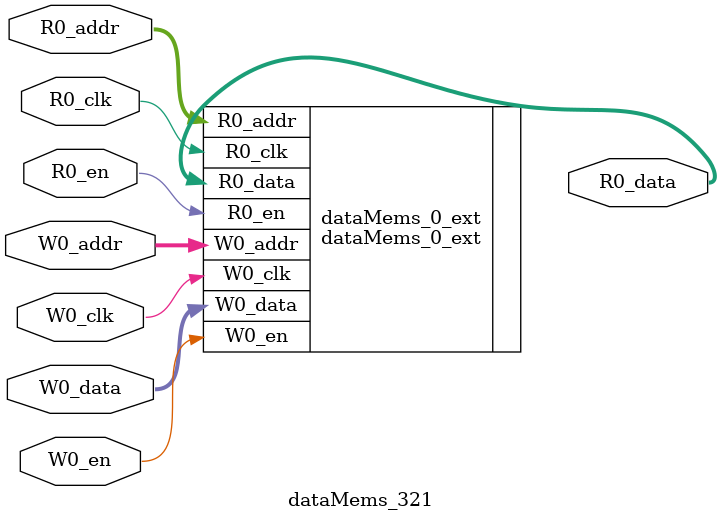
<source format=sv>
`ifndef RANDOMIZE
  `ifdef RANDOMIZE_REG_INIT
    `define RANDOMIZE
  `endif // RANDOMIZE_REG_INIT
`endif // not def RANDOMIZE
`ifndef RANDOMIZE
  `ifdef RANDOMIZE_MEM_INIT
    `define RANDOMIZE
  `endif // RANDOMIZE_MEM_INIT
`endif // not def RANDOMIZE

`ifndef RANDOM
  `define RANDOM $random
`endif // not def RANDOM

// Users can define 'PRINTF_COND' to add an extra gate to prints.
`ifndef PRINTF_COND_
  `ifdef PRINTF_COND
    `define PRINTF_COND_ (`PRINTF_COND)
  `else  // PRINTF_COND
    `define PRINTF_COND_ 1
  `endif // PRINTF_COND
`endif // not def PRINTF_COND_

// Users can define 'ASSERT_VERBOSE_COND' to add an extra gate to assert error printing.
`ifndef ASSERT_VERBOSE_COND_
  `ifdef ASSERT_VERBOSE_COND
    `define ASSERT_VERBOSE_COND_ (`ASSERT_VERBOSE_COND)
  `else  // ASSERT_VERBOSE_COND
    `define ASSERT_VERBOSE_COND_ 1
  `endif // ASSERT_VERBOSE_COND
`endif // not def ASSERT_VERBOSE_COND_

// Users can define 'STOP_COND' to add an extra gate to stop conditions.
`ifndef STOP_COND_
  `ifdef STOP_COND
    `define STOP_COND_ (`STOP_COND)
  `else  // STOP_COND
    `define STOP_COND_ 1
  `endif // STOP_COND
`endif // not def STOP_COND_

// Users can define INIT_RANDOM as general code that gets injected into the
// initializer block for modules with registers.
`ifndef INIT_RANDOM
  `define INIT_RANDOM
`endif // not def INIT_RANDOM

// If using random initialization, you can also define RANDOMIZE_DELAY to
// customize the delay used, otherwise 0.002 is used.
`ifndef RANDOMIZE_DELAY
  `define RANDOMIZE_DELAY 0.002
`endif // not def RANDOMIZE_DELAY

// Define INIT_RANDOM_PROLOG_ for use in our modules below.
`ifndef INIT_RANDOM_PROLOG_
  `ifdef RANDOMIZE
    `ifdef VERILATOR
      `define INIT_RANDOM_PROLOG_ `INIT_RANDOM
    `else  // VERILATOR
      `define INIT_RANDOM_PROLOG_ `INIT_RANDOM #`RANDOMIZE_DELAY begin end
    `endif // VERILATOR
  `else  // RANDOMIZE
    `define INIT_RANDOM_PROLOG_
  `endif // RANDOMIZE
`endif // not def INIT_RANDOM_PROLOG_

// Include register initializers in init blocks unless synthesis is set
`ifndef SYNTHESIS
  `ifndef ENABLE_INITIAL_REG_
    `define ENABLE_INITIAL_REG_
  `endif // not def ENABLE_INITIAL_REG_
`endif // not def SYNTHESIS

// Include rmemory initializers in init blocks unless synthesis is set
`ifndef SYNTHESIS
  `ifndef ENABLE_INITIAL_MEM_
    `define ENABLE_INITIAL_MEM_
  `endif // not def ENABLE_INITIAL_MEM_
`endif // not def SYNTHESIS

module dataMems_321(	// @[generators/ara/src/main/scala/UnsafeAXI4ToTL.scala:365:62]
  input  [4:0]  R0_addr,
  input         R0_en,
  input         R0_clk,
  output [66:0] R0_data,
  input  [4:0]  W0_addr,
  input         W0_en,
  input         W0_clk,
  input  [66:0] W0_data
);

  dataMems_0_ext dataMems_0_ext (	// @[generators/ara/src/main/scala/UnsafeAXI4ToTL.scala:365:62]
    .R0_addr (R0_addr),
    .R0_en   (R0_en),
    .R0_clk  (R0_clk),
    .R0_data (R0_data),
    .W0_addr (W0_addr),
    .W0_en   (W0_en),
    .W0_clk  (W0_clk),
    .W0_data (W0_data)
  );
endmodule


</source>
